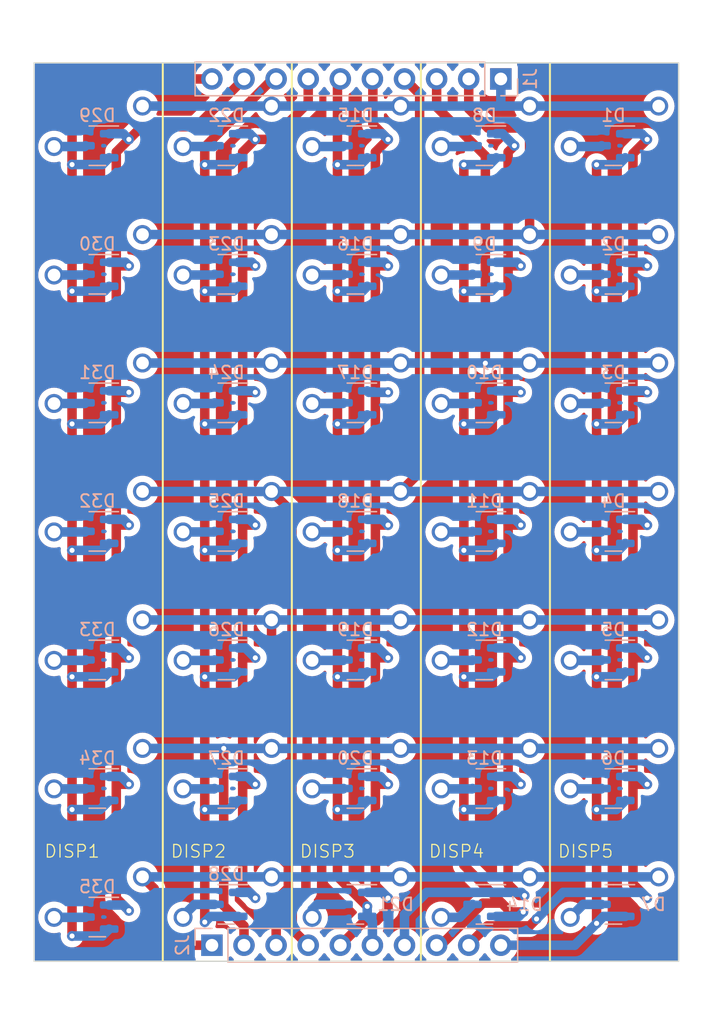
<source format=kicad_pcb>
(kicad_pcb (version 20221018) (generator pcbnew)
  (layers (0 "F.Cu" signal) (31 "B.Cu" signal) (34 "B.Paste" user) (35 "F.Paste" user) (36 "B.SilkS" user "B.Silkscreen") (37 "F.SilkS" user "F.Silkscreen") (38 "B.Mask" user) (39 "F.Mask" user) (44 "Edge.Cuts" user))
  (net 0 "")
  (net 1 "/C1H")
  (net 2 "/C1L")
  (net 3 "/SA")
  (net 4 "/SB")
  (net 5 "/SC")
  (net 6 "/SD")
  (net 7 "/SE")
  (net 8 "/SF")
  (net 9 "/SG")
  (net 10 "/C2H")
  (net 11 "/C2L")
  (net 12 "Net-(D15-K-Pad3)")
  (net 13 "/C3H")
  (net 14 "/C3L")
  (net 15 "Net-(D17-K-Pad3)")
  (net 16 "Net-(D18-K-Pad3)")
  (net 17 "Net-(D19-K-Pad3)")
  (net 18 "Net-(D20-K-Pad3)")
  (net 19 "Net-(D21-K-Pad3)")
  (net 20 "Net-(D22-K-Pad3)")
  (net 21 "Net-(D23-K-Pad3)")
  (net 22 "/C4H")
  (net 23 "/C4L")
  (net 24 "Net-(D25-K-Pad3)")
  (net 25 "Net-(D26-K-Pad3)")
  (net 26 "Net-(D27-K-Pad3)")
  (net 27 "Net-(D28-K-Pad3)")
  (net 28 "Net-(D29-K-Pad3)")
  (net 29 "Net-(D30-K-Pad3)")
  (net 30 "Net-(D31-K-Pad3)")
  (net 31 "/C5H")
  (net 32 "/C5L")
  (net 33 "Net-(D33-K-Pad3)")
  (net 34 "Net-(D34-K-Pad3)")
  (net 35 "Net-(D35-K-Pad3)")
  (net 36 "Net-(D16-K-Pad3)")
  (net 37 "Net-(D24-K-Pad3)")
  (net 38 "Net-(D32-K-Pad3)")
  (net 39 "Net-(D1-K-Pad3)")
  (net 40 "Net-(D2-K-Pad3)")
  (net 41 "Net-(D3-K-Pad3)")
  (net 42 "Net-(D4-K-Pad3)")
  (net 43 "Net-(D5-K-Pad3)")
  (net 44 "Net-(D6-K-Pad3)")
  (net 45 "Net-(D7-K-Pad3)")
  (net 46 "Net-(D8-K-Pad3)")
  (net 47 "Net-(D9-K-Pad3)")
  (net 48 "Net-(D10-K-Pad3)")
  (net 49 "Net-(D11-K-Pad3)")
  (net 50 "Net-(D12-K-Pad3)")
  (net 51 "Net-(D13-K-Pad3)")
  (net 52 "Net-(D14-K-Pad3)")
  (footprint "FlipDots:1x7" (layer "F.Cu") (at 100 100)
    (fp_text reference "DISP1")
    (fp_text value "~")
  )
  (footprint "FlipDots:1x7" (layer "F.Cu") (at 120.42 100)
    (fp_text reference "DISP3")
    (fp_text value "~")
  )
  (footprint "FlipDots:1x7" (layer "F.Cu") (at 130.63 100)
    (fp_text reference "DISP4")
    (fp_text value "~")
  )
  (footprint "FlipDots:1x7" (layer "F.Cu") (at 110.21 100)
    (fp_text reference "DISP2")
    (fp_text value "~")
  )
  (footprint "FlipDots:1x7" (layer "F.Cu") (at 140.84 100)
    (fp_text reference "DISP5")
    (fp_text value "~")
  )
  (footprint "Package_TO_SOT_SMD:SOT-23" (layer "B.Cu") (at 125.417 76.166664 180)
    (fp_text reference "D19")
    (fp_text value "BAV99")
  )
  (footprint "Package_TO_SOT_SMD:SOT-23" (layer "B.Cu") (at 125.417 45.666666 180)
    (fp_text reference "D16")
    (fp_text value "BAV99")
  )
  (footprint "Package_TO_SOT_SMD:SOT-23" (layer "B.Cu") (at 135.625 86.33333 180)
    (fp_text reference "D13")
    (fp_text value "BAV99")
  )
  (footprint "Package_TO_SOT_SMD:SOT-23" (layer "B.Cu") (at 145.833 95.5 180)
    (fp_text reference "D7")
    (fp_text value "BAV99")
  )
  (footprint "Package_TO_SOT_SMD:SOT-23" (layer "B.Cu") (at 145.833 35.5 180)
    (fp_text reference "D1")
    (fp_text value "BAV99")
  )
  (footprint "Package_TO_SOT_SMD:SOT-23" (layer "B.Cu") (at 125.417 55.833332 180)
    (fp_text reference "D17")
    (fp_text value "BAV99")
  )
  (footprint "Package_TO_SOT_SMD:SOT-23" (layer "B.Cu") (at 125.417 35.5 180)
    (fp_text reference "D15")
    (fp_text value "BAV99")
  )
  (footprint "Package_TO_SOT_SMD:SOT-23" (layer "B.Cu") (at 105 96.5 180)
    (fp_text reference "D35")
    (fp_text value "BAV99")
  )
  (footprint "Package_TO_SOT_SMD:SOT-23" (layer "B.Cu") (at 105 35.5 180)
    (fp_text reference "D29")
    (fp_text value "BAV99")
  )
  (footprint "Package_TO_SOT_SMD:SOT-23" (layer "B.Cu") (at 115.208 65.999998 180)
    (fp_text reference "D25")
    (fp_text value "BAV99")
  )
  (footprint "Package_TO_SOT_SMD:SOT-23" (layer "B.Cu") (at 135.625 55.833332 180)
    (fp_text reference "D10")
    (fp_text value "BAV99")
  )
  (footprint "Package_TO_SOT_SMD:SOT-23" (layer "B.Cu") (at 105 55.833332 180)
    (fp_text reference "D31")
    (fp_text value "BAV99")
  )
  (footprint "Package_TO_SOT_SMD:SOT-23" (layer "B.Cu") (at 125.417 95.5 180)
    (fp_text reference "D21")
    (fp_text value "BAV99")
  )
  (footprint "Package_TO_SOT_SMD:SOT-23" (layer "B.Cu") (at 115.208 95.5 180)
    (fp_text reference "D28")
    (fp_text value "BAV99")
  )
  (footprint "Package_TO_SOT_SMD:SOT-23" (layer "B.Cu") (at 115.208 45.666666 180)
    (fp_text reference "D23")
    (fp_text value "BAV99")
  )
  (footprint "Package_TO_SOT_SMD:SOT-23" (layer "B.Cu") (at 145.833 45.666666 180)
    (fp_text reference "D2")
    (fp_text value "BAV99")
  )
  (footprint "Package_TO_SOT_SMD:SOT-23" (layer "B.Cu") (at 115.208 55.833332 180)
    (fp_text reference "D24")
    (fp_text value "BAV99")
  )
  (footprint "Package_TO_SOT_SMD:SOT-23" (layer "B.Cu") (at 135.625 95.5 180)
    (fp_text reference "D14")
    (fp_text value "BAV99")
  )
  (footprint "Package_TO_SOT_SMD:SOT-23" (layer "B.Cu") (at 135.625 76.166664 180)
    (fp_text reference "D12")
    (fp_text value "BAV99")
  )
  (footprint "Package_TO_SOT_SMD:SOT-23" (layer "B.Cu") (at 105 45.666666 180)
    (fp_text reference "D30")
    (fp_text value "BAV99")
  )
  (footprint "Package_TO_SOT_SMD:SOT-23" (layer "B.Cu") (at 125.417 65.999998 180)
    (fp_text reference "D18")
    (fp_text value "BAV99")
  )
  (footprint "Package_TO_SOT_SMD:SOT-23" (layer "B.Cu") (at 145.833 76.166664 180)
    (fp_text reference "D5")
    (fp_text value "BAV99")
  )
  (footprint "Connector_PinHeader_2.54mm:PinHeader_1x10_P2.54mm_Vertical" (layer "B.Cu") (at 114.065 98.73 -90)
    (fp_text reference "J2")
    (fp_text value "Conn_01x10_Pin")
  )
  (footprint "Package_TO_SOT_SMD:SOT-23" (layer "B.Cu") (at 135.625 35.5 180)
    (fp_text reference "D8")
    (fp_text value "BAV99")
  )
  (footprint "Package_TO_SOT_SMD:SOT-23" (layer "B.Cu") (at 115.208 35.5 180)
    (fp_text reference "D22")
    (fp_text value "BAV99")
  )
  (footprint "Package_TO_SOT_SMD:SOT-23" (layer "B.Cu") (at 145.833 55.833332 180)
    (fp_text reference "D3")
    (fp_text value "BAV99")
  )
  (footprint "Package_TO_SOT_SMD:SOT-23" (layer "B.Cu") (at 115.208 86.33333 180)
    (fp_text reference "D27")
    (fp_text value "BAV99")
  )
  (footprint "Connector_PinHeader_2.54mm:PinHeader_1x10_P2.54mm_Vertical" (layer "B.Cu") (at 136.925 30.22 90)
    (fp_text reference "J1")
    (fp_text value "Conn_01x10_Pin")
  )
  (footprint "Package_TO_SOT_SMD:SOT-23" (layer "B.Cu") (at 145.833 86.33333 180)
    (fp_text reference "D6")
    (fp_text value "BAV99")
  )
  (footprint "Package_TO_SOT_SMD:SOT-23" (layer "B.Cu") (at 105 86.33333 180)
    (fp_text reference "D34")
    (fp_text value "BAV99")
  )
  (footprint "Package_TO_SOT_SMD:SOT-23" (layer "B.Cu") (at 105 76.166664 180)
    (fp_text reference "D33")
    (fp_text value "BAV99")
  )
  (footprint "Package_TO_SOT_SMD:SOT-23" (layer "B.Cu") (at 115.208 76.166664 180)
    (fp_text reference "D26")
    (fp_text value "BAV99")
  )
  (footprint "Package_TO_SOT_SMD:SOT-23" (layer "B.Cu") (at 145.833 65.999998 180)
    (fp_text reference "D4")
    (fp_text value "BAV99")
  )
  (footprint "Package_TO_SOT_SMD:SOT-23" (layer "B.Cu") (at 125.417 86.33333 180)
    (fp_text reference "D20")
    (fp_text value "BAV99")
  )
  (footprint "Package_TO_SOT_SMD:SOT-23" (layer "B.Cu") (at 105 65.999998 180)
    (fp_text reference "D32")
    (fp_text value "BAV99")
  )
  (footprint "Package_TO_SOT_SMD:SOT-23" (layer "B.Cu") (at 135.625 45.666666 180)
    (fp_text reference "D9")
    (fp_text value "BAV99")
  )
  (footprint "Package_TO_SOT_SMD:SOT-23" (layer "B.Cu") (at 135.625 65.999998 180)
    (fp_text reference "D11")
    (fp_text value "BAV99")
  )
  (gr_rect (start 100 28.95) (end 150.99 100) (stroke (width 0.1)) (fill none) (layer "Edge.Cuts"))
  (segment (start 106.5 55) (end 106.5 65.4) (width 0.75) (layer "F.Cu") (net 1))
  (segment (start 116.6 30.22) (end 116.635 30.22) (width 0.75) (layer "F.Cu") (net 1))
  (segment (start 106.5 40.5) (end 106.5 45) (width 0.75) (layer "F.Cu") (net 1))
  (segment (start 106.5 45) (end 106.5 55) (width 0.75) (layer "F.Cu") (net 1))
  (segment (start 107.5 65.5) (end 106.6 65.5) (width 0.75) (layer "F.Cu") (net 1))
  (segment (start 106.5 95) (end 107.5 96) (width 0.75) (layer "F.Cu") (net 1))
  (segment (start 112.82 34) (end 116.6 30.22) (width 0.75) (layer "F.Cu") (net 1))
  (segment (start 108.5 34) (end 112.82 34) (width 0.75) (layer "F.Cu") (net 1))
  (segment (start 106.5 76) (end 106.5 86) (width 0.75) (layer "F.Cu") (net 1))
  (segment (start 107.5 76) (end 106.5 76) (width 0.75) (layer "F.Cu") (net 1))
  (segment (start 107.5 55) (end 106.5 55) (width 0.75) (layer "F.Cu") (net 1))
  (segment (start 106.6 65.5) (end 106.5 65.4) (width 0.75) (layer "F.Cu") (net 1))
  (segment (start 106.5 65.4) (end 106.5 76) (width 0.75) (layer "F.Cu") (net 1))
  (segment (start 106.5 40.5) (end 106.5 36) (width 0.75) (layer "F.Cu") (net 1))
  (segment (start 106.5 86) (end 106.5 95) (width 0.75) (layer "F.Cu") (net 1))
  (segment (start 107.5 86) (end 106.5 86) (width 0.75) (layer "F.Cu") (net 1))
  (segment (start 106.5 36) (end 107.5 35) (width 0.75) (layer "F.Cu") (net 1))
  (segment (start 107.5 45) (end 106.5 45) (width 0.75) (layer "F.Cu") (net 1))
  (segment (start 107.5 35) (end 108.5 34) (width 0.75) (layer "F.Cu") (net 1))
  (via (at 107.5 35) (size 0.8) (drill 0.4) (layers "F.Cu" "B.Cu") (net 1))
  (via (at 107.5 55) (size 0.8) (drill 0.4) (layers "F.Cu" "B.Cu") (net 1))
  (via (at 107.5 86) (size 0.8) (drill 0.4) (layers "F.Cu" "B.Cu") (net 1))
  (via (at 107.5 65.5) (size 0.8) (drill 0.4) (layers "F.Cu" "B.Cu") (net 1))
  (via (at 107.5 76) (size 0.8) (drill 0.4) (layers "F.Cu" "B.Cu") (net 1))
  (via (at 107.5 96) (size 0.8) (drill 0.4) (layers "F.Cu" "B.Cu") (net 1))
  (via (at 107.5 45) (size 0.8) (drill 0.4) (layers "F.Cu" "B.Cu") (net 1))
  (segment (start 105.9375 75.216664) (end 106.716664 75.216664) (width 0.75) (layer "B.Cu") (net 1))
  (segment (start 105.9375 54.883332) (end 107.383332 54.883332) (width 0.75) (layer "B.Cu") (net 1))
  (segment (start 106.88333 85.38333) (end 107.5 86) (width 0.75) (layer "B.Cu") (net 1))
  (segment (start 105.9375 85.38333) (end 106.88333 85.38333) (width 0.75) (layer "B.Cu") (net 1))
  (segment (start 105.9375 34.55) (end 107.05 34.55) (width 0.75) (layer "B.Cu") (net 1))
  (segment (start 107.05 95.55) (end 107.5 96) (width 0.75) (layer "B.Cu") (net 1))
  (segment (start 105.9375 95.55) (end 107.05 95.55) (width 0.75) (layer "B.Cu") (net 1))
  (segment (start 107.216666 44.716666) (end 107.5 45) (width 0.75) (layer "B.Cu") (net 1))
  (segment (start 107.05 34.55) (end 107.5 35) (width 0.75) (layer "B.Cu") (net 1))
  (segment (start 105.9375 65.049998) (end 107.049998 65.049998) (width 0.75) (layer "B.Cu") (net 1))
  (segment (start 105.9375 44.716666) (end 107.216666 44.716666) (width 0.75) (layer "B.Cu") (net 1))
  (segment (start 107.383332 54.883332) (end 107.5 55) (width 0.75) (layer "B.Cu") (net 1))
  (segment (start 106.716664 75.216664) (end 107.5 76) (width 0.75) (layer "B.Cu") (net 1))
  (segment (start 107.049998 65.049998) (end 107.5 65.5) (width 0.75) (layer "B.Cu") (net 1))
  (segment (start 103 36.99) (end 103 32.1) (width 0.75) (layer "F.Cu") (net 2))
  (segment (start 103 98) (end 103 47) (width 0.75) (layer "F.Cu") (net 2))
  (segment (start 104.88 30.22) (end 114.065 30.22) (width 0.75) (layer "F.Cu") (net 2))
  (segment (start 103 32.1) (end 104.88 30.22) (width 0.75) (layer "F.Cu") (net 2))
  (segment (start 103 47) (end 103 36.99) (width 0.75) (layer "F.Cu") (net 2))
  (via (at 103 98) (size 0.8) (drill 0.4) (layers "F.Cu" "B.Cu") (net 2))
  (via (at 103 67.5) (size 0.8) (drill 0.4) (layers "F.Cu" "B.Cu") (net 2))
  (via (at 103 36.99) (size 0.8) (drill 0.4) (layers "F.Cu" "B.Cu") (net 2))
  (via (at 103 77.5) (size 0.8) (drill 0.4) (layers "F.Cu" "B.Cu") (net 2))
  (via (at 103 57.5) (size 0.8) (drill 0.4) (layers "F.Cu" "B.Cu") (net 2))
  (via (at 103 88) (size 0.8) (drill 0.4) (layers "F.Cu" "B.Cu") (net 2))
  (via (at 103 47) (size 0.8) (drill 0.4) (layers "F.Cu" "B.Cu") (net 2))
  (segment (start 105.387498 67.5) (end 103 67.5) (width 0.75) (layer "B.Cu") (net 2))
  (segment (start 105.9375 77.116664) (end 105.554164 77.5) (width 0.75) (layer "B.Cu") (net 2))
  (segment (start 105.9375 97.45) (end 105.3875 98) (width 0.75) (layer "B.Cu") (net 2))
  (segment (start 105.9375 56.783332) (end 105.220832 57.5) (width 0.75) (layer "B.Cu") (net 2))
  (segment (start 105.9375 87.28333) (end 105.22083 88) (width 0.75) (layer "B.Cu") (net 2))
  (segment (start 105.3875 98) (end 103 98) (width 0.75) (layer "B.Cu") (net 2))
  (segment (start 105.554164 77.5) (end 103 77.5) (width 0.75) (layer "B.Cu") (net 2))
  (segment (start 105.3975 36.99) (end 105.9375 36.45) (width 0.75) (layer "B.Cu") (net 2))
  (segment (start 105.22083 88) (end 103 88) (width 0.75) (layer "B.Cu") (net 2))
  (segment (start 105.220832 57.5) (end 103 57.5) (width 0.75) (layer "B.Cu") (net 2))
  (segment (start 103 36.99) (end 105.3975 36.99) (width 0.75) (layer "B.Cu") (net 2))
  (segment (start 105.9375 66.949998) (end 105.387498 67.5) (width 0.75) (layer "B.Cu") (net 2))
  (segment (start 103 47) (end 105.554166 47) (width 0.75) (layer "B.Cu") (net 2))
  (segment (start 105.554166 47) (end 105.9375 46.616666) (width 0.75) (layer "B.Cu") (net 2))
  (segment (start 111.2 98.73) (end 114.065 98.73) (width 0.75) (layer "F.Cu") (net 3))
  (segment (start 108.575 93.325) (end 109.5 94.25) (width 0.75) (layer "F.Cu") (net 3))
  (segment (start 109.5 97.03) (end 111.2 98.73) (width 0.75) (layer "F.Cu") (net 3))
  (segment (start 109.5 94.25) (end 109.5 97.03) (width 0.75) (layer "F.Cu") (net 3))
  (segment (start 128.995 93.325) (end 118.785 93.325) (width 0.75) (layer "B.Cu") (net 3))
  (segment (start 139.205 93.325) (end 128.995 93.325) (width 0.75) (layer "B.Cu") (net 3))
  (segment (start 118.785 93.325) (end 108.575 93.325) (width 0.75) (layer "B.Cu") (net 3))
  (segment (start 139.205 93.325) (end 149.415 93.325) (width 0.75) (layer "B.Cu") (net 3))
  (segment (start 115 83.165) (end 115 95.6) (width 0.75) (layer "F.Cu") (net 4))
  (segment (start 116.605 97.205) (end 116.605 98.73) (width 0.75) (layer "F.Cu") (net 4))
  (segment (start 115 95.6) (end 116.605 97.205) (width 0.75) (layer "F.Cu") (net 4))
  (via (at 115 83.165) (size 0.8) (drill 0.4) (layers "F.Cu" "B.Cu") (net 4))
  (segment (start 118.785 83.165) (end 128.995 83.165) (width 0.75) (layer "B.Cu") (net 4))
  (segment (start 128.995 83.165) (end 139.205 83.165) (width 0.75) (layer "B.Cu") (net 4))
  (segment (start 115 83.165) (end 108.575 83.165) (width 0.75) (layer "B.Cu") (net 4))
  (segment (start 115 83.165) (end 118.785 83.165) (width 0.75) (layer "B.Cu") (net 4))
  (segment (start 139.205 83.165) (end 149.415 83.165) (width 0.75) (layer "B.Cu") (net 4))
  (segment (start 120.4 84) (end 120.4 80.1) (width 0.75) (layer "F.Cu") (net 5))
  (segment (start 119.15 95.15) (end 120.11 94.19) (width 0.75) (layer "F.Cu") (net 5))
  (segment (start 119.3 91.6) (end 119.3 85.1) (width 0.75) (layer "F.Cu") (net 5))
  (segment (start 119.145 98.73) (end 119.15 98.725) (width 0.75) (layer "F.Cu") (net 5))
  (segment (start 120.11 92.41) (end 119.3 91.6) (width 0.75) (layer "F.Cu") (net 5))
  (segment (start 119.3 85.1) (end 120.4 84) (width 0.75) (layer "F.Cu") (net 5))
  (segment (start 118.785 78.485) (end 118.785 73.005) (width 0.75) (layer "F.Cu") (net 5))
  (segment (start 119.15 98.725) (end 119.15 95.15) (width 0.75) (layer "F.Cu") (net 5))
  (segment (start 120.4 80.1) (end 118.785 78.485) (width 0.75) (layer "F.Cu") (net 5))
  (segment (start 120.11 94.19) (end 120.11 92.41) (width 0.75) (layer "F.Cu") (net 5))
  (segment (start 128.995 73.005) (end 118.785 73.005) (width 0.75) (layer "B.Cu") (net 5))
  (segment (start 149.415 73.005) (end 139.205 73.005) (width 0.75) (layer "B.Cu") (net 5))
  (segment (start 118.785 73.005) (end 108.575 73.005) (width 0.75) (layer "B.Cu") (net 5))
  (segment (start 139.205 73.005) (end 128.995 73.005) (width 0.75) (layer "B.Cu") (net 5))
  (segment (start 120.4 64.46) (end 118.785 62.845) (width 0.75) (layer "F.Cu") (net 6))
  (segment (start 120.42 95.58) (end 121.5 94.5) (width 0.75) (layer "F.Cu") (net 6))
  (segment (start 129.305 30.22) (end 130.5 31.415) (width 0.75) (layer "F.Cu") (net 6))
  (segment (start 120.4 77.7) (end 120.4 64.46) (width 0.75) (layer "F.Cu") (net 6))
  (segment (start 121.6 84.5) (end 121.6 78.9) (width 0.75) (layer "F.Cu") (net 6))
  (segment (start 130.5 61.34) (end 128.995 62.845) (width 0.75) (layer "F.Cu") (net 6))
  (segment (start 120.42 97.465) (end 120.42 95.58) (width 0.75) (layer "F.Cu") (net 6))
  (segment (start 120.4 85.7) (end 121.6 84.5) (width 0.75) (layer "F.Cu") (net 6))
  (segment (start 121.5 94.5) (end 121.5 92.3) (width 0.75) (layer "F.Cu") (net 6))
  (segment (start 121.685 98.73) (end 120.42 97.465) (width 0.75) (layer "F.Cu") (net 6))
  (segment (start 130.5 31.415) (end 130.5 61.34) (width 0.75) (layer "F.Cu") (net 6))
  (segment (start 121.6 78.9) (end 120.4 77.7) (width 0.75) (layer "F.Cu") (net 6))
  (segment (start 120.4 91.2) (end 120.4 85.7) (width 0.75) (layer "F.Cu") (net 6))
  (segment (start 121.5 92.3) (end 120.4 91.2) (width 0.75) (layer "F.Cu") (net 6))
  (segment (start 149.415 62.845) (end 139.205 62.845) (width 0.75) (layer "B.Cu") (net 6))
  (segment (start 118.785 62.845) (end 108.575 62.845) (width 0.75) (layer "B.Cu") (net 6))
  (segment (start 139.205 62.845) (end 128.995 62.845) (width 0.75) (layer "B.Cu") (net 6))
  (segment (start 128.995 62.845) (end 118.785 62.845) (width 0.75) (layer "B.Cu") (net 6))
  (segment (start 135.7 36.3) (end 131.845 32.445) (width 0.75) (layer "F.Cu") (net 7))
  (segment (start 135.7 52.7) (end 135.7 36.3) (width 0.75) (layer "F.Cu") (net 7))
  (segment (start 131.845 32.445) (end 131.845 30.22) (width 0.75) (layer "F.Cu") (net 7))
  (via (at 135.7 52.7) (size 0.8) (drill 0.4) (layers "F.Cu" "B.Cu") (net 7))
  (segment (start 135.7 52.7) (end 135.715 52.685) (width 0.75) (layer "B.Cu") (net 7))
  (segment (start 128.995 52.685) (end 135.685 52.685) (width 0.75) (layer "B.Cu") (net 7))
  (segment (start 135.685 52.685) (end 135.7 52.7) (width 0.75) (layer "B.Cu") (net 7))
  (segment (start 108.575 52.685) (end 118.785 52.685) (width 0.75) (layer "B.Cu") (net 7))
  (segment (start 139.205 52.685) (end 149.415 52.685) (width 0.75) (layer "B.Cu") (net 7))
  (segment (start 135.715 52.685) (end 139.205 52.685) (width 0.75) (layer "B.Cu") (net 7))
  (segment (start 118.785 52.685) (end 128.995 52.685) (width 0.75) (layer "B.Cu") (net 7))
  (segment (start 139.2 34.9) (end 139.2 42.52) (width 0.75) (layer "F.Cu") (net 8))
  (segment (start 139.2 42.52) (end 139.205 42.525) (width 0.75) (layer "F.Cu") (net 8))
  (segment (start 134.385 30.22) (end 134.385 32.585) (width 0.75) (layer "F.Cu") (net 8))
  (segment (start 135.9 34.1) (end 138.4 34.1) (width 0.75) (layer "F.Cu") (net 8))
  (segment (start 138.4 34.1) (end 139.2 34.9) (width 0.75) (layer "F.Cu") (net 8))
  (segment (start 134.385 32.585) (end 135.9 34.1) (width 0.75) (layer "F.Cu") (net 8))
  (segment (start 139.205 42.525) (end 128.995 42.525) (width 0.75) (layer "B.Cu") (net 8))
  (segment (start 118.785 42.525) (end 108.575 42.525) (width 0.75) (layer "B.Cu") (net 8))
  (segment (start 128.995 42.525) (end 118.785 42.525) (width 0.75) (layer "B.Cu") (net 8))
  (segment (start 149.415 42.525) (end 139.205 42.525) (width 0.75) (layer "B.Cu") (net 8))
  (segment (start 136.9 32.365) (end 139.205 32.365) (width 0.75) (layer "B.Cu") (net 9))
  (segment (start 128.995 32.365) (end 136.9 32.365) (width 0.75) (layer "B.Cu") (net 9))
  (segment (start 118.785 32.365) (end 128.995 32.365) (width 0.75) (layer "B.Cu") (net 9))
  (segment (start 136.925 30.22) (end 136.925 32.34) (width 0.75) (layer "B.Cu") (net 9))
  (segment (start 139.205 32.365) (end 149.415 32.365) (width 0.75) (layer "B.Cu") (net 9))
  (segment (start 108.575 32.365) (end 118.785 32.365) (width 0.75) (layer "B.Cu") (net 9))
  (segment (start 136.925 32.34) (end 136.9 32.365) (width 0.75) (layer "B.Cu") (net 9))
  (segment (start 116.5 94) (end 116.5 86) (width 0.75) (layer "F.Cu") (net 10))
  (segment (start 117.5 95) (end 116.5 94) (width 0.75) (layer "F.Cu") (net 10))
  (segment (start 116.5 45) (end 116.5 36) (width 0.75) (layer "F.Cu") (net 10))
  (segment (start 117.5 86) (end 116.5 86) (width 0.75) (layer "F.Cu") (net 10))
  (segment (start 116.5 86) (end 116.5 76) (width 0.75) (layer "F.Cu") (net 10))
  (segment (start 116.5 76) (end 116.5 65.5) (width 0.75) (layer "F.Cu") (net 10))
  (segment (start 117.5 65.5) (end 116.5 65.5) (width 0.75) (layer "F.Cu") (net 10))
  (segment (start 121.685 32.115) (end 121.685 30.22) (width 0.75) (layer "F.Cu") (net 10))
  (segment (start 116.5 65.5) (end 116.5 55) (width 0.75) (layer "F.Cu") (net 10))
  (segment (start 117.5 35) (end 118.8 35) (width 0.75) (layer "F.Cu") (net 10))
  (segment (start 118.8 35) (end 121.685 32.115) (width 0.75) (layer "F.Cu") (net 10))
  (segment (start 117.5 76) (end 116.5 76) (width 0.75) (layer "F.Cu") (net 10))
  (segment (start 116.5 36) (end 117.5 35) (width 0.75) (layer "F.Cu") (net 10))
  (segment (start 117.5 55) (end 116.5 55) (width 0.75) (layer "F.Cu") (net 10))
  (segment (start 117.5 45) (end 116.5 45) (width 0.75) (layer "F.Cu") (net 10))
  (segment (start 116.5 55) (end 116.5 45) (width 0.75) (layer "F.Cu") (net 10))
  (via (at 117.5 35) (size 0.8) (drill 0.4) (layers "F.Cu" "B.Cu") (net 10))
  (via (at 117.5 45) (size 0.8) (drill 0.4) (layers "F.Cu" "B.Cu") (net 10))
  (via (at 117.5 95) (size 0.8) (drill 0.4) (layers "F.Cu" "B.Cu") (net 10))
  (via (at 117.5 55) (size 0.8) (drill 0.4) (layers "F.Cu" "B.Cu") (net 10))
  (via (at 117.5 86) (size 0.8) (drill 0.4) (layers "F.Cu" "B.Cu") (net 10))
  (via (at 117.5 65.5) (size 0.8) (drill 0.4) (layers "F.Cu" "B.Cu") (net 10))
  (via (at 117.5 76) (size 0.8) (drill 0.4) (layers "F.Cu" "B.Cu") (net 10))
  (segment (start 116.1455 75.216664) (end 116.716664 75.216664) (width 0.75) (layer "B.Cu") (net 10))
  (segment (start 116.716664 75.216664) (end 117.5 76) (width 0.75) (layer "B.Cu") (net 10))
  (segment (start 117.383332 54.883332) (end 117.5 55) (width 0.75) (layer "B.Cu") (net 10))
  (segment (start 117.05 34.55) (end 117.5 35) (width 0.75) (layer "B.Cu") (net 10))
  (segment (start 116.1455 65.049998) (end 117.049998 65.049998) (width 0.75) (layer "B.Cu") (net 10))
  (segment (start 116.1455 34.55) (end 117.05 34.55) (width 0.75) (layer "B.Cu") (net 10))
  (segment (start 116.1455 44.716666) (end 117.216666 44.716666) (width 0.75) (layer "B.Cu") (net 10))
  (segment (start 116.1455 54.883332) (end 117.383332 54.883332) (width 0.75) (layer "B.Cu") (net 10))
  (segment (start 117.05 94.55) (end 117.5 95) (width 0.75) (layer "B.Cu") (net 10))
  (segment (start 116.88333 85.38333) (end 117.5 86) (width 0.75) (layer "B.Cu") (net 10))
  (segment (start 116.1455 85.38333) (end 116.88333 85.38333) (width 0.75) (layer "B.Cu") (net 10))
  (segment (start 116.1455 94.55) (end 117.05 94.55) (width 0.75) (layer "B.Cu") (net 10))
  (segment (start 117.216666 44.716666) (end 117.5 45) (width 0.75) (layer "B.Cu") (net 10))
  (segment (start 117.049998 65.049998) (end 117.5 65.5) (width 0.75) (layer "B.Cu") (net 10))
  (segment (start 113.5 35.6) (end 113.5 37) (width 0.75) (layer "F.Cu") (net 11))
  (segment (start 113.5 77.5) (end 113.5 67.5) (width 0.75) (layer "F.Cu") (net 11))
  (segment (start 113.5 47) (end 113.5 37) (width 0.75) (layer "F.Cu") (net 11))
  (segment (start 113.5 57.5) (end 113.5 47) (width 0.75) (layer "F.Cu") (net 11))
  (segment (start 113.5 88) (end 113.5 96.9) (width 0.75) (layer "F.Cu") (net 11))
  (segment (start 113.5 88) (end 113.5 77.5) (width 0.75) (layer "F.Cu") (net 11))
  (segment (start 113.5 67.5) (end 113.5 57.5) (width 0.75) (layer "F.Cu") (net 11))
  (segment (start 118.88 30.22) (end 113.5 35.6) (width 0.75) (layer "F.Cu") (net 11))
  (segment (start 119.14 30.22) (end 118.88 30.22) (width 0.75) (layer "F.Cu") (net 11))
  (via (at 113.5 67.5) (size 0.8) (drill 0.4) (layers "F.Cu" "B.Cu") (net 11))
  (via (at 113.5 57.5) (size 0.8) (drill 0.4) (layers "F.Cu" "B.Cu") (net 11))
  (via (at 113.5 77.5) (size 0.8) (drill 0.4) (layers "F.Cu" "B.Cu") (net 11))
  (via (at 113.5 37) (size 0.8) (drill 0.4) (layers "F.Cu" "B.Cu") (net 11))
  (via (at 113.5 88) (size 0.8) (drill 0.4) (layers "F.Cu" "B.Cu") (net 11))
  (via (at 113.5 96.9) (size 0.8) (drill 0.4) (layers "F.Cu" "B.Cu") (net 11))
  (via (at 113.5 47) (size 0.8) (drill 0.4) (layers "F.Cu" "B.Cu") (net 11))
  (segment (start 115.595498 67.5) (end 113.5 67.5) (width 0.75) (layer "B.Cu") (net 11))
  (segment (start 115.762166 47) (end 113.5 47) (width 0.75) (layer "B.Cu") (net 11))
  (segment (start 115.428832 57.5) (end 113.5 57.5) (width 0.75) (layer "B.Cu") (net 11))
  (segment (start 116.1455 56.783332) (end 115.428832 57.5) (width 0.75) (layer "B.Cu") (net 11))
  (segment (start 116.1455 46.616666) (end 115.762166 47) (width 0.75) (layer "B.Cu") (net 11))
  (segment (start 115.5955 37) (end 113.5 37) (width 0.75) (layer "B.Cu") (net 11))
  (segment (start 115.762164 77.5) (end 113.5 77.5) (width 0.75) (layer "B.Cu") (net 11))
  (segment (start 116.1455 96.45) (end 113.95 96.45) (width 0.75) (layer "B.Cu") (net 11))
  (segment (start 115.42883 88) (end 113.5 88) (width 0.75) (layer "B.Cu") (net 11))
  (segment (start 116.1455 66.949998) (end 115.595498 67.5) (width 0.75) (layer "B.Cu") (net 11))
  (segment (start 116.1455 36.45) (end 115.5955 37) (width 0.75) (layer "B.Cu") (net 11))
  (segment (start 116.1455 77.116664) (end 115.762164 77.5) (width 0.75) (layer "B.Cu") (net 11))
  (segment (start 113.95 96.45) (end 113.5 96.9) (width 0.75) (layer "B.Cu") (net 11))
  (segment (start 116.1455 87.28333) (end 115.42883 88) (width 0.75) (layer "B.Cu") (net 11))
  (segment (start 121.995 35.565) (end 124.4145 35.565) (width 0.75) (layer "B.Cu") (net 12))
  (segment (start 124.4145 35.565) (end 124.4795 35.5) (width 0.75) (layer "B.Cu") (net 12))
  (segment (start 126.8 30.225) (end 126.795 30.22) (width 0.75) (layer "F.Cu") (net 13))
  (segment (start 128 65.5) (end 127 65.5) (width 0.75) (layer "F.Cu") (net 13))
  (segment (start 126.155 96.8) (end 127.1 96.8) (width 0.75) (layer "F.Cu") (net 13))
  (segment (start 126.8 33.8) (end 126.8 30.225) (width 0.75) (layer "F.Cu") (net 13))
  (segment (start 128 86) (end 127 86) (width 0.75) (layer "F.Cu") (net 13))
  (segment (start 128 95.9) (end 128 95) (width 0.75) (layer "F.Cu") (net 13))
  (segment (start 128 45) (end 127 45) (width 0.75) (layer "F.Cu") (net 13))
  (segment (start 124.225 98.73) (end 126.155 96.8) (width 0.75) (layer "F.Cu") (net 13))
  (segment (start 127 45) (end 127 36) (width 0.75) (layer "F.Cu") (net 13))
  (segment (start 127 76) (end 127 65.5) (width 0.75) (layer "F.Cu") (net 13))
  (segment (start 128 35) (end 126.8 33.8) (width 0.75) (layer "F.Cu") (net 13))
  (segment (start 127 86) (end 127 76) (width 0.75) (layer "F.Cu") (net 13))
  (segment (start 128 95) (end 127 94) (width 0.75) (layer "F.Cu") (net 13))
  (segment (start 127.1 96.8) (end 128 95.9) (width 0.75) (layer "F.Cu") (net 13))
  (segment (start 128 55) (end 127 55) (width 0.75) (layer "F.Cu") (net 13))
  (segment (start 127 55) (end 127 45) (width 0.75) (layer "F.Cu") (net 13))
  (segment (start 128 76) (end 127 76) (width 0.75) (layer "F.Cu") (net 13))
  (segment (start 127 36) (end 128 35) (width 0.75) (layer "F.Cu") (net 13))
  (segment (start 127 65.5) (end 127 55) (width 0.75) (layer "F.Cu") (net 13))
  (segment (start 127 94) (end 127 86) (width 0.75) (layer "F.Cu") (net 13))
  (via (at 128 55) (size 0.8) (drill 0.4) (layers "F.Cu" "B.Cu") (net 13))
  (via (at 128 65.5) (size 0.8) (drill 0.4) (layers "F.Cu" "B.Cu") (net 13))
  (via (at 128 86) (size 0.8) (drill 0.4) (layers "F.Cu" "B.Cu") (net 13))
  (via (at 128 95) (size 0.8) (drill 0.4) (layers "F.Cu" "B.Cu") (net 13))
  (via (at 128 45) (size 0.8) (drill 0.4) (layers "F.Cu" "B.Cu") (net 13))
  (via (at 128 35) (size 0.8) (drill 0.4) (layers "F.Cu" "B.Cu") (net 13))
  (via (at 128 76) (size 0.8) (drill 0.4) (layers "F.Cu" "B.Cu") (net 13))
  (segment (start 126.3545 94.55) (end 127.55 94.55) (width 0.75) (layer "B.Cu") (net 13))
  (segment (start 128 55) (end 126.471168 55) (width 0.75) (layer "B.Cu") (net 13))
  (segment (start 127.55 34.55) (end 128 35) (width 0.75) (layer "B.Cu") (net 13))
  (segment (start 126.3545 34.55) (end 127.55 34.55) (width 0.75) (layer "B.Cu") (net 13))
  (segment (start 126.3545 85.38333) (end 127.38333 85.38333) (width 0.75) (layer "B.Cu") (net 13))
  (segment (start 127.549998 65.049998) (end 128 65.5) (width 0.75) (layer "B.Cu") (net 13))
  (segment (start 127.38333 85.38333) (end 128 86) (width 0.75) (layer "B.Cu") (net 13))
  (segment (start 126.3545 44.716666) (end 127.716666 44.716666) (width 0.75) (layer "B.Cu") (net 13))
  (segment (start 127.716666 44.716666) (end 128 45) (width 0.75) (layer "B.Cu") (net 13))
  (segment (start 127.216664 75.216664) (end 128 76) (width 0.75) (layer "B.Cu") (net 13))
  (segment (start 126.3545 65.049998) (end 127.549998 65.049998) (width 0.75) (layer "B.Cu") (net 13))
  (segment (start 126.471168 55) (end 126.3545 54.883332) (width 0.75) (layer "B.Cu") (net 13))
  (segment (start 127.55 94.55) (end 128 95) (width 0.75) (layer "B.Cu") (net 13))
  (segment (start 126.3545 75.216664) (end 127.216664 75.216664) (width 0.75) (layer "B.Cu") (net 13))
  (segment (start 126.3545 95.6545) (end 124 93.3) (width 0.75) (layer "F.Cu") (net 14))
  (segment (start 124 30.445) (end 124.225 30.22) (width 0.75) (layer "F.Cu") (net 14))
  (segment (start 124 37) (end 124 47) (width 0.75) (layer "F.Cu") (net 14))
  (segment (start 124.225 30.22) (end 124.22 30.22) (width 0.75) (layer "F.Cu") (net 14))
  (segment (start 124 93.3) (end 124 88) (width 0.75) (layer "F.Cu") (net 14))
  (segment (start 124 57.5) (end 124 67.5) (width 0.75) (layer "F.Cu") (net 14))
  (segment (start 124 67.5) (end 124 77.5) (width 0.75) (layer "F.Cu") (net 14))
  (segment (start 124.3 30.24) (end 124.28 30.22) (width 0.75) (layer "F.Cu") (net 14))
  (segment (start 124 77.5) (end 124 88) (width 0.75) (layer "F.Cu") (net 14))
  (segment (start 124 37) (end 124 30.445) (width 0.75) (layer "F.Cu") (net 14))
  (segment (start 124 47) (end 124 57.5) (width 0.75) (layer "F.Cu") (net 14))
  (via (at 124 47) (size 0.8) (drill 0.4) (layers "F.Cu" "B.Cu") (net 14))
  (via (at 124 88) (size 0.8) (drill 0.4) (layers "F.Cu" "B.Cu") (net 14))
  (via (at 124 77.5) (size 0.8) (drill 0.4) (layers "F.Cu" "B.Cu") (net 14))
  (via (at 124 37) (size 0.8) (drill 0.4) (layers "F.Cu" "B.Cu") (net 14))
  (via (at 124 57.5) (size 0.8) (drill 0.4) (layers "F.Cu" "B.Cu") (net 14))
  (via (at 124 67.5) (size 0.8) (drill 0.4) (layers "F.Cu" "B.Cu") (net 14))
  (via (at 126.3545 95.6545) (size 0.8) (drill 0.4) (layers "F.Cu" "B.Cu") (net 14))
  (segment (start 126.3545 36.45) (end 125.8045 37) (width 0.75) (layer "B.Cu") (net 14))
  (segment (start 125.971166 47) (end 124 47) (width 0.75) (layer "B.Cu") (net 14))
  (segment (start 125.637832 57.5) (end 124 57.5) (width 0.75) (layer "B.Cu") (net 14))
  (segment (start 126.3545 95.6545) (end 126.3545 96.45) (width 0.75) (layer "B.Cu") (net 14))
  (segment (start 125.971164 77.5) (end 124 77.5) (width 0.75) (layer "B.Cu") (net 14))
  (segment (start 126.3545 46.616666) (end 125.971166 47) (width 0.75) (layer "B.Cu") (net 14))
  (segment (start 126.765 98.73) (end 126.765 96.8605) (width 0.75) (layer "B.Cu") (net 14))
  (segment (start 126.3545 66.949998) (end 125.804498 67.5) (width 0.75) (layer "B.Cu") (net 14))
  (segment (start 125.63783 88) (end 124 88) (width 0.75) (layer "B.Cu") (net 14))
  (segment (start 126.3545 77.116664) (end 125.971164 77.5) (width 0.75) (layer "B.Cu") (net 14))
  (segment (start 126.765 96.8605) (end 126.3545 96.45) (width 0.75) (layer "B.Cu") (net 14))
  (segment (start 125.804498 67.5) (end 124 67.5) (width 0.75) (layer "B.Cu") (net 14))
  (segment (start 126.3545 87.28333) (end 125.63783 88) (width 0.75) (layer "B.Cu") (net 14))
  (segment (start 125.8045 37) (end 124 37) (width 0.75) (layer "B.Cu") (net 14))
  (segment (start 126.3545 56.783332) (end 125.637832 57.5) (width 0.75) (layer "B.Cu") (net 14))
  (segment (start 121.995 55.885) (end 124.427832 55.885) (width 0.75) (layer "B.Cu") (net 15))
  (segment (start 124.427832 55.885) (end 124.4795 55.833332) (width 0.75) (layer "B.Cu") (net 15))
  (segment (start 124.434498 66.045) (end 124.4795 65.999998) (width 0.75) (layer "B.Cu") (net 16))
  (segment (start 121.995 66.045) (end 124.434498 66.045) (width 0.75) (layer "B.Cu") (net 16))
  (segment (start 121.995 76.205) (end 124.441164 76.205) (width 0.75) (layer "B.Cu") (net 17))
  (segment (start 124.441164 76.205) (end 124.4795 76.166664) (width 0.75) (layer "B.Cu") (net 17))
  (segment (start 124.44783 86.365) (end 124.4795 86.33333) (width 0.75) (layer "B.Cu") (net 18))
  (segment (start 121.995 86.365) (end 124.44783 86.365) (width 0.75) (layer "B.Cu") (net 18))
  (segment (start 121.995 95.905) (end 122.4 95.5) (width 0.75) (layer "B.Cu") (net 19))
  (segment (start 121.995 96.525) (end 121.995 95.905) (width 0.75) (layer "B.Cu") (net 19))
  (segment (start 122.4 95.5) (end 124.4795 95.5) (width 0.75) (layer "B.Cu") (net 19))
  (segment (start 111.785 35.565) (end 114.2055 35.565) (width 0.75) (layer "B.Cu") (net 20))
  (segment (start 114.2055 35.565) (end 114.2705 35.5) (width 0.75) (layer "B.Cu") (net 20))
  (segment (start 111.785 45.725) (end 114.212166 45.725) (width 0.75) (layer "B.Cu") (net 21))
  (segment (start 114.212166 45.725) (end 114.2705 45.666666) (width 0.75) (layer "B.Cu") (net 21))
  (segment (start 138.5 65.5) (end 137.5 65.5) (width 0.75) (layer "F.Cu") (net 22))
  (segment (start 137.5 65.5) (end 137.5 76) (width 0.75) (layer "F.Cu") (net 22))
  (segment (start 138.5 86) (end 137.5 86) (width 0.75) (layer "F.Cu") (net 22))
  (segment (start 138.5 76) (end 137.5 76) (width 0.75) (layer "F.Cu") (net 22))
  (segment (start 138.5 45) (end 137.5 45) (width 0.75) (layer "F.Cu") (net 22))
  (segment (start 137.5 36) (end 137.5 45) (width 0.75) (layer "F.Cu") (net 22))
  (segment (start 138 35.5) (end 137.5 36) (width 0.75) (layer "F.Cu") (net 22))
  (segment (start 137.5 76) (end 137.5 86) (width 0.75) (layer "F.Cu") (net 22))
  (segment (start 138.5 55) (end 137.5 55) (width 0.75) (layer "F.Cu") (net 22))
  (segment (start 138.8 94.8) (end 138.4 94.8) (width 0.75) (layer "F.Cu") (net 22))
  (segment (start 137.5 93.9) (end 137.5 86) (width 0.75) (layer "F.Cu") (net 22))
  (segment (start 137.5 45) (end 137.5 55) (width 0.75) (layer "F.Cu") (net 22))
  (segment (start 137.5 55) (end 137.5 65.5) (width 0.75) (layer "F.Cu") (net 22))
  (segment (start 138.4 94.8) (end 137.5 93.9) (width 0.75) (layer "F.Cu") (net 22))
  (via (at 138.5 55) (size 0.8) (drill 0.4) (layers "F.Cu" "B.Cu") (net 22))
  (via (at 138.5 76) (size 0.8) (drill 0.4) (layers "F.Cu" "B.Cu") (net 22))
  (via (at 138 35.5) (size 0.8) (drill 0.4) (layers "F.Cu" "B.Cu") (net 22))
  (via (at 138.5 86) (size 0.8) (drill 0.4) (layers "F.Cu" "B.Cu") (net 22))
  (via (at 138.8 94.8) (size 0.8) (drill 0.4) (layers "F.Cu" "B.Cu") (net 22))
  (via (at 138.5 45) (size 0.8) (drill 0.4) (layers "F.Cu" "B.Cu") (net 22))
  (via (at 138.5 65.5) (size 0.8) (drill 0.4) (layers "F.Cu" "B.Cu") (net 22))
  (segment (start 138 35.5) (end 137.05 34.55) (width 0.75) (layer "B.Cu") (net 22))
  (segment (start 131.05 94.55) (end 129.305 96.295) (width 0.75) (layer "B.Cu") (net 22))
  (segment (start 136.5625 54.883332) (end 138.383332 54.883332) (width 0.75) (layer "B.Cu") (net 22))
  (segment (start 138.049998 65.049998) (end 138.5 65.5) (width 0.75) (layer "B.Cu") (net 22))
  (segment (start 137.88333 85.38333) (end 138.5 86) (width 0.75) (layer "B.Cu") (net 22))
  (segment (start 136.5625 85.38333) (end 137.88333 85.38333) (width 0.75) (layer "B.Cu") (net 22))
  (segment (start 136.5625 94.55) (end 131.05 94.55) (width 0.75) (layer "B.Cu") (net 22))
  (segment (start 138.216666 44.716666) (end 138.5 45) (width 0.75) (layer "B.Cu") (net 22))
  (segment (start 137.716664 75.216664) (end 138.5 76) (width 0.75) (layer "B.Cu") (net 22))
  (segment (start 138.55 94.55) (end 136.5625 94.55) (width 0.75) (layer "B.Cu") (net 22))
  (segment (start 136.5625 65.049998) (end 138.049998 65.049998) (width 0.75) (layer "B.Cu") (net 22))
  (segment (start 137.05 34.55) (end 136.5625 34.55) (width 0.75) (layer "B.Cu") (net 22))
  (segment (start 136.5625 44.716666) (end 138.216666 44.716666) (width 0.75) (layer "B.Cu") (net 22))
  (segment (start 138.8 94.8) (end 138.55 94.55) (width 0.75) (layer "B.Cu") (net 22))
  (segment (start 136.5625 75.216664) (end 137.716664 75.216664) (width 0.75) (layer "B.Cu") (net 22))
  (segment (start 138.383332 54.883332) (end 138.5 55) (width 0.75) (layer "B.Cu") (net 22))
  (segment (start 129.305 96.295) (end 129.305 98.73) (width 0.75) (layer "B.Cu") (net 22))
  (segment (start 137.7 96.1) (end 137 95.4) (width 0.75) (layer "F.Cu") (net 23))
  (segment (start 138.7 96.1) (end 137.7 96.1) (width 0.75) (layer "F.Cu") (net 23))
  (segment (start 134 57.5) (end 134 47) (width 0.75) (layer "F.Cu") (net 23))
  (segment (start 134 88) (end 134 77.5) (width 0.75) (layer "F.Cu") (net 23))
  (segment (start 134 47) (end 134 37) (width 0.75) (layer "F.Cu") (net 23))
  (segment (start 131.85 98.73) (end 132.17 98.73) (width 0.75) (layer "F.Cu") (net 23))
  (segment (start 134 92.4) (end 134 88) (width 0.75) (layer "F.Cu") (net 23))
  (segment (start 132.17 98.73) (end 135.5 95.4) (width 0.75) (layer "F.Cu") (net 23))
  (segment (start 134 77.5) (end 134 67.5) (width 0.75) (layer "F.Cu") (net 23))
  (segment (start 137 95.4) (end 134 92.4) (width 0.75) (layer "F.Cu") (net 23))
  (segment (start 135.5 95.4) (end 137 95.4) (width 0.75) (layer "F.Cu") (net 23))
  (segment (start 134 67.5) (end 134 57.5) (width 0.75) (layer "F.Cu") (net 23))
  (via (at 138.7 96.1) (size 0.8) (drill 0.4) (layers "F.Cu" "B.Cu") (net 23))
  (via (at 134 47) (size 0.8) (drill 0.4) (layers "F.Cu" "B.Cu") (net 23))
  (via (at 134 57.5) (size 0.8) (drill 0.4) (layers "F.Cu" "B.Cu") (net 23))
  (via (at 134 37) (size 0.8) (drill 0.4) (layers "F.Cu" "B.Cu") (net 23))
  (via (at 134 77.5) (size 0.8) (drill 0.4) (layers "F.Cu" "B.Cu") (net 23))
  (via (at 134 88) (size 0.8) (drill 0.4) (layers "F.Cu" "B.Cu") (net 23))
  (via (at 134 67.5) (size 0.8) (drill 0.4) (layers "F.Cu" "B.Cu") (net 23))
  (segment (start 136.5625 66.949998) (end 136.012498 67.5) (width 0.75) (layer "B.Cu") (net 23))
  (segment (start 135.84583 88) (end 134 88) (width 0.75) (layer "B.Cu") (net 23))
  (segment (start 136.5625 87.28333) (end 135.84583 88) (width 0.75) (layer "B.Cu") (net 23))
  (segment (start 136.179166 47) (end 134 47) (width 0.75) (layer "B.Cu") (net 23))
  (segment (start 136.5625 36.45) (end 136.0125 37) (width 0.75) (layer "B.Cu") (net 23))
  (segment (start 138.7 96.1) (end 138.35 96.45) (width 0.75) (layer "B.Cu") (net 23))
  (segment (start 136.012498 67.5) (end 134 67.5) (width 0.75) (layer "B.Cu") (net 23))
  (segment (start 136.5625 46.616666) (end 136.179166 47) (width 0.75) (layer "B.Cu") (net 23))
  (segment (start 136.0125 37) (end 134 37) (width 0.75) (layer "B.Cu") (net 23))
  (segment (start 136.5625 56.783332) (end 135.845832 57.5) (width 0.75) (layer "B.Cu") (net 23))
  (segment (start 138.35 96.45) (end 136.5625 96.45) (width 0.75) (layer "B.Cu") (net 23))
  (segment (start 135.845832 57.5) (end 134 57.5) (width 0.75) (layer "B.Cu") (net 23))
  (segment (start 136.179164 77.5) (end 134 77.5) (width 0.75) (layer "B.Cu") (net 23))
  (segment (start 136.5625 77.116664) (end 136.179164 77.5) (width 0.75) (layer "B.Cu") (net 23))
  (segment (start 111.785 66.045) (end 114.225498 66.045) (width 0.75) (layer "B.Cu") (net 24))
  (segment (start 114.225498 66.045) (end 114.2705 65.999998) (width 0.75) (layer "B.Cu") (net 24))
  (segment (start 114.232164 76.205) (end 114.2705 76.166664) (width 0.75) (layer "B.Cu") (net 25))
  (segment (start 111.785 76.205) (end 114.232164 76.205) (width 0.75) (layer "B.Cu") (net 25))
  (segment (start 111.785 86.365) (end 114.23883 86.365) (width 0.75) (layer "B.Cu") (net 26))
  (segment (start 114.23883 86.365) (end 114.2705 86.33333) (width 0.75) (layer "B.Cu") (net 26))
  (segment (start 111.785 96.415) (end 112.7 95.5) (width 0.75) (layer "B.Cu") (net 27))
  (segment (start 111.785 96.525) (end 111.785 96.415) (width 0.75) (layer "B.Cu") (net 27))
  (segment (start 112.7 95.5) (end 114.2705 95.5) (width 0.75) (layer "B.Cu") (net 27))
  (segment (start 103.9975 35.565) (end 104.0625 35.5) (width 0.75) (layer "B.Cu") (net 28))
  (segment (start 101.575 35.565) (end 103.9975 35.565) (width 0.75) (layer "B.Cu") (net 28))
  (segment (start 104.004166 45.725) (end 104.0625 45.666666) (width 0.75) (layer "B.Cu") (net 29))
  (segment (start 101.575 45.725) (end 104.004166 45.725) (width 0.75) (layer "B.Cu") (net 29))
  (segment (start 104.010832 55.885) (end 104.0625 55.833332) (width 0.75) (layer "B.Cu") (net 30))
  (segment (start 101.575 55.885) (end 104.010832 55.885) (width 0.75) (layer "B.Cu") (net 30))
  (segment (start 147.378859 65.5) (end 147.378859 76) (width 0.75) (layer "F.Cu") (net 31))
  (segment (start 148.5 76) (end 147.378859 76) (width 0.75) (layer "F.Cu") (net 31))
  (segment (start 139.2 97.2) (end 135.86 97.2) (width 0.75) (layer "F.Cu") (net 31))
  (segment (start 148.5 86) (end 147.378859 86) (width 0.75) (layer "F.Cu") (net 31))
  (segment (start 147.378859 86) (end 147.378859 93.878859) (width 0.75) (layer "F.Cu") (net 31))
  (segment (start 147.378859 55) (end 147.378859 65.5) (width 0.75) (layer "F.Cu") (net 31))
  (segment (start 148.5 35) (end 147.378859 36.121141) (width 0.75) (layer "F.Cu") (net 31))
  (segment (start 147.378859 76) (end 147.378859 86) (width 0.75) (layer "F.Cu") (net 31))
  (segment (start 135.86 97.2) (end 134.39 98.67) (width 0.75) (layer "F.Cu") (net 31))
  (segment (start 147.378859 93.878859) (end 148.5 95) (width 0.75) (layer "F.Cu") (net 31))
  (segment (start 148.5 45) (end 147.378859 45) (width 0.75) (layer "F.Cu") (net 31))
  (segment (start 147.378859 45) (end 147.378859 55) (width 0.75) (layer "F.Cu") (net 31))
  (segment (start 139.75 96.65) (end 139.2 97.2) (width 0.75) (layer "F.Cu") (net 31))
  (segment (start 148.5 65.5) (end 147.378859 65.5) (width 0.75) (layer "F.Cu") (net 31))
  (segment (start 148.5 55) (end 147.378859 55) (width 0.75) (layer "F.Cu") (net 31))
  (segment (start 134.39 98.67) (end 134.39 98.73) (width 0.75) (layer "F.Cu") (net 31))
  (segment (start 147.378859 36.121141) (end 147.378859 45) (width 0.75) (layer "F.Cu") (net 31))
  (via (at 148.5 55) (size 0.8) (drill 0.4) (layers "F.Cu" "B.Cu") (net 31))
  (via (at 148.5 86) (size 0.8) (drill 0.4) (layers "F.Cu" "B.Cu") (net 31))
  (via (at 139.75 96.65) (size 0.8) (drill 0.4) (layers "F.Cu" "B.Cu") (net 31))
  (via (at 148.5 76) (size 0.8) (drill 0.4) (layers "F.Cu" "B.Cu") (net 31))
  (via (at 148.5 35) (size 0.8) (drill 0.4) (layers "F.Cu" "B.Cu") (net 31))
  (via (at 148.5 65.5) (size 0.8) (drill 0.4) (layers "F.Cu" "B.Cu") (net 31))
  (via (at 148.5 95) (size 0.8) (drill 0.4) (layers "F.Cu" "B.Cu") (net 31))
  (via (at 148.5 45) (size 0.8) (drill 0.4) (layers "F.Cu" "B.Cu") (net 31))
  (segment (start 146.7705 94.55) (end 148.05 94.55) (width 0.75) (layer "B.Cu") (net 31))
  (segment (start 148.05 94.55) (end 148.5 95) (width 0.75) (layer "B.Cu") (net 31))
  (segment (start 146.7705 75.216664) (end 147.716664 75.216664) (width 0.75) (layer "B.Cu") (net 31))
  (segment (start 147.88333 85.38333) (end 148.5 86) (width 0.75) (layer "B.Cu") (net 31))
  (segment (start 146.7705 34.55) (end 148.05 34.55) (width 0.75) (layer "B.Cu") (net 31))
  (segment (start 147.716664 75.216664) (end 148.5 76) (width 0.75) (layer "B.Cu") (net 31))
  (segment (start 139.75 96.65) (end 141.85 94.55) (width 0.75) (layer "B.Cu") (net 31))
  (segment (start 148.383332 54.883332) (end 148.5 55) (width 0.75) (layer "B.Cu") (net 31))
  (segment (start 141.85 94.55) (end 146.7705 94.55) (width 0.75) (layer "B.Cu") (net 31))
  (segment (start 148.216666 44.716666) (end 148.5 45) (width 0.75) (layer "B.Cu") (net 31))
  (segment (start 146.7705 85.38333) (end 147.88333 85.38333) (width 0.75) (layer "B.Cu") (net 31))
  (segment (start 148.05 34.55) (end 148.5 35) (width 0.75) (layer "B.Cu") (net 31))
  (segment (start 146.7705 65.049998) (end 148.049998 65.049998) (width 0.75) (layer "B.Cu") (net 31))
  (segment (start 148.049998 65.049998) (end 148.5 65.5) (width 0.75) (layer "B.Cu") (net 31))
  (segment (start 146.7705 54.883332) (end 148.383332 54.883332) (width 0.75) (layer "B.Cu") (net 31))
  (segment (start 146.7705 44.716666) (end 148.216666 44.716666) (width 0.75) (layer "B.Cu") (net 31))
  (segment (start 144.5 77.5) (end 144.5 67.5) (width 0.75) (layer "F.Cu") (net 32))
  (segment (start 144.5 88) (end 144.5 77.5) (width 0.75) (layer "F.Cu") (net 32))
  (segment (start 144.5 47) (end 144.5 37) (width 0.75) (layer "F.Cu") (net 32))
  (segment (start 144.5 57.5) (end 144.5 47) (width 0.75) (layer "F.Cu") (net 32))
  (segment (start 144.5 97) (end 144.5 88) (width 0.75) (layer "F.Cu") (net 32))
  (segment (start 144.5 67.5) (end 144.5 57.5) (width 0.75) (layer "F.Cu") (net 32))
  (via (at 144.5 57.5) (size 0.8) (drill 0.4) (layers "F.Cu" "B.Cu") (net 32))
  (via (at 144.5 37) (size 0.8) (drill 0.4) (layers "F.Cu" "B.Cu") (net 32))
  (via (at 144.5 77.5) (size 0.8) (drill 0.4) (layers "F.Cu" "B.Cu") (net 32))
  (via (at 144.5 67.5) (size 0.8) (drill 0.4) (layers "F.Cu" "B.Cu") (net 32))
  (via (at 144.5 97) (size 0.8) (drill 0.4) (layers "F.Cu" "B.Cu") (net 32))
  (via (at 144.5 88) (size 0.8) (drill 0.4) (layers "F.Cu" "B.Cu") (net 32))
  (via (at 144.5 47) (size 0.8) (drill 0.4) (layers "F.Cu" "B.Cu") (net 32))
  (segment (start 146.05383 88) (end 144.5 88) (width 0.75) (layer "B.Cu") (net 32))
  (segment (start 146.7705 46.616666) (end 146.387166 47) (width 0.75) (layer "B.Cu") (net 32))
  (segment (start 145.05 96.45) (end 144.5 97) (width 0.75) (layer "B.Cu") (net 32))
  (segment (start 146.387164 77.5) (end 144.5 77.5) (width 0.75) (layer "B.Cu") (net 32))
  (segment (start 146.1 57.5) (end 144.5 57.5) (width 0.75) (layer "B.Cu") (net 32))
  (segment (start 146.7705 77.116664) (end 146.387164 77.5) (width 0.75) (layer "B.Cu") (net 32))
  (segment (start 144.5 97) (end 142.77 98.73) (width 0.75) (layer "B.Cu") (net 32))
  (segment (start 146.387166 47) (end 144.5 47) (width 0.75) (layer "B.Cu") (net 32))
  (segment (start 146.7705 36.45) (end 146.2205 37) (width 0.75) (layer "B.Cu") (net 32))
  (segment (start 146.7705 96.45) (end 145.05 96.45) (width 0.75) (layer "B.Cu") (net 32))
  (segment (start 142.77 98.73) (end 136.925 98.73) (width 0.75) (layer "B.Cu") (net 32))
  (segment (start 146.7705 87.28333) (end 146.05383 88) (width 0.75) (layer "B.Cu") (net 32))
  (segment (start 146.2205 37) (end 144.5 37) (width 0.75) (layer "B.Cu") (net 32))
  (segment (start 146.7705 56.8295) (end 146.1 57.5) (width 0.75) (layer "B.Cu") (net 32))
  (segment (start 146.7705 56.783332) (end 146.7705 56.8295) (width 0.75) (layer "B.Cu") (net 32))
  (segment (start 146.220498 67.5) (end 144.5 67.5) (width 0.75) (layer "B.Cu") (net 32))
  (segment (start 146.7705 66.949998) (end 146.220498 67.5) (width 0.75) (layer "B.Cu") (net 32))
  (segment (start 104.024164 76.205) (end 104.0625 76.166664) (width 0.75) (layer "B.Cu") (net 33))
  (segment (start 101.575 76.205) (end 104.024164 76.205) (width 0.75) (layer "B.Cu") (net 33))
  (segment (start 101.575 86.365) (end 104.03083 86.365) (width 0.75) (layer "B.Cu") (net 34))
  (segment (start 104.03083 86.365) (end 104.0625 86.33333) (width 0.75) (layer "B.Cu") (net 34))
  (segment (start 104.0375 96.525) (end 104.0625 96.5) (width 0.75) (layer "B.Cu") (net 35))
  (segment (start 101.575 96.525) (end 104.0375 96.525) (width 0.75) (layer "B.Cu") (net 35))
  (segment (start 121.995 45.725) (end 124.421166 45.725) (width 0.75) (layer "B.Cu") (net 36))
  (segment (start 124.421166 45.725) (end 124.4795 45.666666) (width 0.75) (layer "B.Cu") (net 36))
  (segment (start 114.218832 55.885) (end 114.2705 55.833332) (width 0.75) (layer "B.Cu") (net 37))
  (segment (start 111.785 55.885) (end 114.218832 55.885) (width 0.75) (layer "B.Cu") (net 37))
  (segment (start 101.575 66.045) (end 104.017498 66.045) (width 0.75) (layer "B.Cu") (net 38))
  (segment (start 104.017498 66.045) (end 104.0625 65.999998) (width 0.75) (layer "B.Cu") (net 38))
  (segment (start 144.8305 35.565) (end 144.8955 35.5) (width 0.75) (layer "B.Cu") (net 39))
  (segment (start 142.415 35.565) (end 144.8305 35.565) (width 0.75) (layer "B.Cu") (net 39))
  (segment (start 144.837166 45.725) (end 144.8955 45.666666) (width 0.75) (layer "B.Cu") (net 40))
  (segment (start 142.415 45.725) (end 144.837166 45.725) (width 0.75) (layer "B.Cu") (net 40))
  (segment (start 144.843832 55.885) (end 144.8955 55.833332) (width 0.75) (layer "B.Cu") (net 41))
  (segment (start 142.415 55.885) (end 144.843832 55.885) (width 0.75) (layer "B.Cu") (net 41))
  (segment (start 144.850498 66.045) (end 144.8955 65.999998) (width 0.75) (layer "B.Cu") (net 42))
  (segment (start 142.415 66.045) (end 144.850498 66.045) (width 0.75) (layer "B.Cu") (net 42))
  (segment (start 144.857164 76.205) (end 144.8955 76.166664) (width 0.75) (layer "B.Cu") (net 43))
  (segment (start 142.415 76.205) (end 144.857164 76.205) (width 0.75) (layer "B.Cu") (net 43))
  (segment (start 144.86383 86.365) (end 144.8955 86.33333) (width 0.75) (layer "B.Cu") (net 44))
  (segment (start 142.415 86.365) (end 144.86383 86.365) (width 0.75) (layer "B.Cu") (net 44))
  (segment (start 142.415 96.525) (end 142.415 96.485) (width 0.75) (layer "B.Cu") (net 45))
  (segment (start 142.415 96.525) (end 143.44 95.5) (width 0.75) (layer "B.Cu") (net 45))
  (segment (start 143.44 95.5) (end 144.8955 95.5) (width 0.75) (layer "B.Cu") (net 45))
  (segment (start 134.6225 35.565) (end 134.6875 35.5) (width 0.75) (layer "B.Cu") (net 46))
  (segment (start 132.205 35.565) (end 134.6225 35.565) (width 0.75) (layer "B.Cu") (net 46))
  (segment (start 134.629166 45.725) (end 134.6875 45.666666) (width 0.75) (layer "B.Cu") (net 47))
  (segment (start 132.205 45.725) (end 134.629166 45.725) (width 0.75) (layer "B.Cu") (net 47))
  (segment (start 132.205 55.885) (end 134.635832 55.885) (width 0.75) (layer "B.Cu") (net 48))
  (segment (start 134.635832 55.885) (end 134.6875 55.833332) (width 0.75) (layer "B.Cu") (net 48))
  (segment (start 134.642498 66.045) (end 134.6875 65.999998) (width 0.75) (layer "B.Cu") (net 49))
  (segment (start 132.205 66.045) (end 134.642498 66.045) (width 0.75) (layer "B.Cu") (net 49))
  (segment (start 134.649164 76.205) (end 134.6875 76.166664) (width 0.75) (layer "B.Cu") (net 50))
  (segment (start 132.205 76.205) (end 134.649164 76.205) (width 0.75) (layer "B.Cu") (net 50))
  (segment (start 134.65583 86.365) (end 134.6875 86.33333) (width 0.75) (layer "B.Cu") (net 51))
  (segment (start 132.205 86.365) (end 134.65583 86.365) (width 0.75) (layer "B.Cu") (net 51))
  (segment (start 133.6625 96.525) (end 134.6875 95.5) (width 0.75) (layer "B.Cu") (net 52))
  (segment (start 132.205 96.525) (end 133.6625 96.525) (width 0.75) (layer "B.Cu") (net 52))
  (zone (net 0) (net_name "") (layers "F&B.Cu") (connect_pads (clearance 0.5)) (min_thickness 0.25) (fill yes (thermal_gap 0.5) (thermal_bridge_width 0.5) (island_removal_mode 1) (island_area_min 10))
    (polygon (pts (xy 97.7 27) (xy 153.8 27) (xy 153.8 102.6) (xy 153.3 103.1) (xy 98.5 103.1) (xy 97.3 101.9) (xy 97.3 27.4)))
  )
)
</source>
